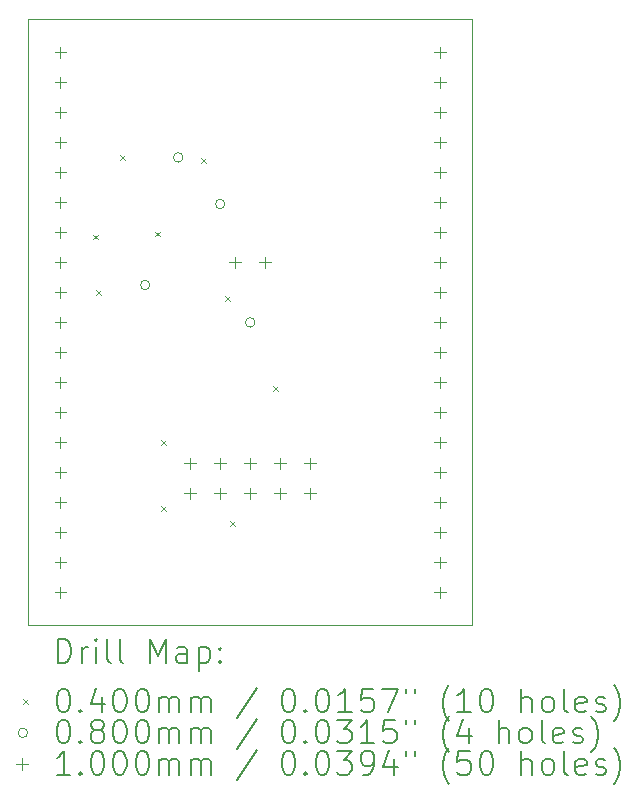
<source format=gbr>
%TF.GenerationSoftware,KiCad,Pcbnew,(6.0.9)*%
%TF.CreationDate,2022-12-09T18:34:31+01:00*%
%TF.ProjectId,FT2232HL development board to iceprog,46543232-3332-4484-9c20-646576656c6f,1*%
%TF.SameCoordinates,Original*%
%TF.FileFunction,Drillmap*%
%TF.FilePolarity,Positive*%
%FSLAX45Y45*%
G04 Gerber Fmt 4.5, Leading zero omitted, Abs format (unit mm)*
G04 Created by KiCad (PCBNEW (6.0.9)) date 2022-12-09 18:34:31*
%MOMM*%
%LPD*%
G01*
G04 APERTURE LIST*
%ADD10C,0.100000*%
%ADD11C,0.200000*%
%ADD12C,0.040000*%
%ADD13C,0.080000*%
G04 APERTURE END LIST*
D10*
X-1879600Y-8229600D02*
X1879600Y-8229600D01*
X1879600Y-13360400D02*
X-1879600Y-13360400D01*
X1879600Y-8229600D02*
X1879600Y-13360400D01*
X-1879600Y-13360400D02*
X-1879600Y-8229600D01*
D11*
D12*
X-1328100Y-10051100D02*
X-1288100Y-10091100D01*
X-1288100Y-10051100D02*
X-1328100Y-10091100D01*
X-1302700Y-10521000D02*
X-1262700Y-10561000D01*
X-1262700Y-10521000D02*
X-1302700Y-10561000D01*
X-1099500Y-9378000D02*
X-1059500Y-9418000D01*
X-1059500Y-9378000D02*
X-1099500Y-9418000D01*
X-807400Y-10025700D02*
X-767400Y-10065700D01*
X-767400Y-10025700D02*
X-807400Y-10065700D01*
X-756600Y-11791000D02*
X-716600Y-11831000D01*
X-716600Y-11791000D02*
X-756600Y-11831000D01*
X-756600Y-12349800D02*
X-716600Y-12389800D01*
X-716600Y-12349800D02*
X-756600Y-12389800D01*
X-413700Y-9403400D02*
X-373700Y-9443400D01*
X-373700Y-9403400D02*
X-413700Y-9443400D01*
X-210500Y-10571800D02*
X-170500Y-10611800D01*
X-170500Y-10571800D02*
X-210500Y-10611800D01*
X-172400Y-12476800D02*
X-132400Y-12516800D01*
X-132400Y-12476800D02*
X-172400Y-12516800D01*
X195900Y-11333800D02*
X235900Y-11373800D01*
X235900Y-11333800D02*
X195900Y-11373800D01*
D13*
X-849000Y-10477500D02*
G75*
G03*
X-849000Y-10477500I-40000J0D01*
G01*
X-569600Y-9398000D02*
G75*
G03*
X-569600Y-9398000I-40000J0D01*
G01*
X-214000Y-9791700D02*
G75*
G03*
X-214000Y-9791700I-40000J0D01*
G01*
X40000Y-10795000D02*
G75*
G03*
X40000Y-10795000I-40000J0D01*
G01*
D10*
X-1606000Y-8459000D02*
X-1606000Y-8559000D01*
X-1656000Y-8509000D02*
X-1556000Y-8509000D01*
X-1606000Y-8713000D02*
X-1606000Y-8813000D01*
X-1656000Y-8763000D02*
X-1556000Y-8763000D01*
X-1606000Y-8967000D02*
X-1606000Y-9067000D01*
X-1656000Y-9017000D02*
X-1556000Y-9017000D01*
X-1606000Y-9221000D02*
X-1606000Y-9321000D01*
X-1656000Y-9271000D02*
X-1556000Y-9271000D01*
X-1606000Y-9475000D02*
X-1606000Y-9575000D01*
X-1656000Y-9525000D02*
X-1556000Y-9525000D01*
X-1606000Y-9729000D02*
X-1606000Y-9829000D01*
X-1656000Y-9779000D02*
X-1556000Y-9779000D01*
X-1606000Y-9983000D02*
X-1606000Y-10083000D01*
X-1656000Y-10033000D02*
X-1556000Y-10033000D01*
X-1606000Y-10237000D02*
X-1606000Y-10337000D01*
X-1656000Y-10287000D02*
X-1556000Y-10287000D01*
X-1606000Y-10491000D02*
X-1606000Y-10591000D01*
X-1656000Y-10541000D02*
X-1556000Y-10541000D01*
X-1606000Y-10745000D02*
X-1606000Y-10845000D01*
X-1656000Y-10795000D02*
X-1556000Y-10795000D01*
X-1606000Y-10999000D02*
X-1606000Y-11099000D01*
X-1656000Y-11049000D02*
X-1556000Y-11049000D01*
X-1606000Y-11253000D02*
X-1606000Y-11353000D01*
X-1656000Y-11303000D02*
X-1556000Y-11303000D01*
X-1606000Y-11507000D02*
X-1606000Y-11607000D01*
X-1656000Y-11557000D02*
X-1556000Y-11557000D01*
X-1606000Y-11761000D02*
X-1606000Y-11861000D01*
X-1656000Y-11811000D02*
X-1556000Y-11811000D01*
X-1606000Y-12015000D02*
X-1606000Y-12115000D01*
X-1656000Y-12065000D02*
X-1556000Y-12065000D01*
X-1606000Y-12269000D02*
X-1606000Y-12369000D01*
X-1656000Y-12319000D02*
X-1556000Y-12319000D01*
X-1606000Y-12523000D02*
X-1606000Y-12623000D01*
X-1656000Y-12573000D02*
X-1556000Y-12573000D01*
X-1606000Y-12777000D02*
X-1606000Y-12877000D01*
X-1656000Y-12827000D02*
X-1556000Y-12827000D01*
X-1606000Y-13031000D02*
X-1606000Y-13131000D01*
X-1656000Y-13081000D02*
X-1556000Y-13081000D01*
X-508000Y-11938800D02*
X-508000Y-12038800D01*
X-558000Y-11988800D02*
X-458000Y-11988800D01*
X-508000Y-12192800D02*
X-508000Y-12292800D01*
X-558000Y-12242800D02*
X-458000Y-12242800D01*
X-254000Y-11938800D02*
X-254000Y-12038800D01*
X-304000Y-11988800D02*
X-204000Y-11988800D01*
X-254000Y-12192800D02*
X-254000Y-12292800D01*
X-304000Y-12242800D02*
X-204000Y-12242800D01*
X-127000Y-10237000D02*
X-127000Y-10337000D01*
X-177000Y-10287000D02*
X-77000Y-10287000D01*
X0Y-11938800D02*
X0Y-12038800D01*
X-50000Y-11988800D02*
X50000Y-11988800D01*
X0Y-12192800D02*
X0Y-12292800D01*
X-50000Y-12242800D02*
X50000Y-12242800D01*
X127000Y-10237000D02*
X127000Y-10337000D01*
X77000Y-10287000D02*
X177000Y-10287000D01*
X254000Y-11938800D02*
X254000Y-12038800D01*
X204000Y-11988800D02*
X304000Y-11988800D01*
X254000Y-12192800D02*
X254000Y-12292800D01*
X204000Y-12242800D02*
X304000Y-12242800D01*
X508000Y-11938800D02*
X508000Y-12038800D01*
X458000Y-11988800D02*
X558000Y-11988800D01*
X508000Y-12192800D02*
X508000Y-12292800D01*
X458000Y-12242800D02*
X558000Y-12242800D01*
X1606000Y-8459000D02*
X1606000Y-8559000D01*
X1556000Y-8509000D02*
X1656000Y-8509000D01*
X1606000Y-8713000D02*
X1606000Y-8813000D01*
X1556000Y-8763000D02*
X1656000Y-8763000D01*
X1606000Y-8967000D02*
X1606000Y-9067000D01*
X1556000Y-9017000D02*
X1656000Y-9017000D01*
X1606000Y-9221000D02*
X1606000Y-9321000D01*
X1556000Y-9271000D02*
X1656000Y-9271000D01*
X1606000Y-9475000D02*
X1606000Y-9575000D01*
X1556000Y-9525000D02*
X1656000Y-9525000D01*
X1606000Y-9729000D02*
X1606000Y-9829000D01*
X1556000Y-9779000D02*
X1656000Y-9779000D01*
X1606000Y-9983000D02*
X1606000Y-10083000D01*
X1556000Y-10033000D02*
X1656000Y-10033000D01*
X1606000Y-10237000D02*
X1606000Y-10337000D01*
X1556000Y-10287000D02*
X1656000Y-10287000D01*
X1606000Y-10491000D02*
X1606000Y-10591000D01*
X1556000Y-10541000D02*
X1656000Y-10541000D01*
X1606000Y-10745000D02*
X1606000Y-10845000D01*
X1556000Y-10795000D02*
X1656000Y-10795000D01*
X1606000Y-10999000D02*
X1606000Y-11099000D01*
X1556000Y-11049000D02*
X1656000Y-11049000D01*
X1606000Y-11253000D02*
X1606000Y-11353000D01*
X1556000Y-11303000D02*
X1656000Y-11303000D01*
X1606000Y-11507000D02*
X1606000Y-11607000D01*
X1556000Y-11557000D02*
X1656000Y-11557000D01*
X1606000Y-11761000D02*
X1606000Y-11861000D01*
X1556000Y-11811000D02*
X1656000Y-11811000D01*
X1606000Y-12015000D02*
X1606000Y-12115000D01*
X1556000Y-12065000D02*
X1656000Y-12065000D01*
X1606000Y-12269000D02*
X1606000Y-12369000D01*
X1556000Y-12319000D02*
X1656000Y-12319000D01*
X1606000Y-12523000D02*
X1606000Y-12623000D01*
X1556000Y-12573000D02*
X1656000Y-12573000D01*
X1606000Y-12777000D02*
X1606000Y-12877000D01*
X1556000Y-12827000D02*
X1656000Y-12827000D01*
X1606000Y-13031000D02*
X1606000Y-13131000D01*
X1556000Y-13081000D02*
X1656000Y-13081000D01*
D11*
X-1626981Y-13675876D02*
X-1626981Y-13475876D01*
X-1579362Y-13475876D01*
X-1550790Y-13485400D01*
X-1531743Y-13504448D01*
X-1522219Y-13523495D01*
X-1512695Y-13561590D01*
X-1512695Y-13590162D01*
X-1522219Y-13628257D01*
X-1531743Y-13647305D01*
X-1550790Y-13666352D01*
X-1579362Y-13675876D01*
X-1626981Y-13675876D01*
X-1426981Y-13675876D02*
X-1426981Y-13542543D01*
X-1426981Y-13580638D02*
X-1417457Y-13561590D01*
X-1407933Y-13552067D01*
X-1388886Y-13542543D01*
X-1369838Y-13542543D01*
X-1303171Y-13675876D02*
X-1303171Y-13542543D01*
X-1303171Y-13475876D02*
X-1312695Y-13485400D01*
X-1303171Y-13494924D01*
X-1293648Y-13485400D01*
X-1303171Y-13475876D01*
X-1303171Y-13494924D01*
X-1179362Y-13675876D02*
X-1198410Y-13666352D01*
X-1207933Y-13647305D01*
X-1207933Y-13475876D01*
X-1074600Y-13675876D02*
X-1093648Y-13666352D01*
X-1103171Y-13647305D01*
X-1103171Y-13475876D01*
X-846028Y-13675876D02*
X-846028Y-13475876D01*
X-779362Y-13618733D01*
X-712695Y-13475876D01*
X-712695Y-13675876D01*
X-531743Y-13675876D02*
X-531743Y-13571114D01*
X-541267Y-13552067D01*
X-560314Y-13542543D01*
X-598410Y-13542543D01*
X-617457Y-13552067D01*
X-531743Y-13666352D02*
X-550790Y-13675876D01*
X-598410Y-13675876D01*
X-617457Y-13666352D01*
X-626981Y-13647305D01*
X-626981Y-13628257D01*
X-617457Y-13609209D01*
X-598410Y-13599686D01*
X-550790Y-13599686D01*
X-531743Y-13590162D01*
X-436505Y-13542543D02*
X-436505Y-13742543D01*
X-436505Y-13552067D02*
X-417457Y-13542543D01*
X-379362Y-13542543D01*
X-360314Y-13552067D01*
X-350790Y-13561590D01*
X-341267Y-13580638D01*
X-341267Y-13637781D01*
X-350790Y-13656828D01*
X-360314Y-13666352D01*
X-379362Y-13675876D01*
X-417457Y-13675876D01*
X-436505Y-13666352D01*
X-255552Y-13656828D02*
X-246028Y-13666352D01*
X-255552Y-13675876D01*
X-265076Y-13666352D01*
X-255552Y-13656828D01*
X-255552Y-13675876D01*
X-255552Y-13552067D02*
X-246028Y-13561590D01*
X-255552Y-13571114D01*
X-265076Y-13561590D01*
X-255552Y-13552067D01*
X-255552Y-13571114D01*
D12*
X-1924600Y-13985400D02*
X-1884600Y-14025400D01*
X-1884600Y-13985400D02*
X-1924600Y-14025400D01*
D11*
X-1588886Y-13895876D02*
X-1569838Y-13895876D01*
X-1550790Y-13905400D01*
X-1541267Y-13914924D01*
X-1531743Y-13933971D01*
X-1522219Y-13972067D01*
X-1522219Y-14019686D01*
X-1531743Y-14057781D01*
X-1541267Y-14076828D01*
X-1550790Y-14086352D01*
X-1569838Y-14095876D01*
X-1588886Y-14095876D01*
X-1607933Y-14086352D01*
X-1617457Y-14076828D01*
X-1626981Y-14057781D01*
X-1636505Y-14019686D01*
X-1636505Y-13972067D01*
X-1626981Y-13933971D01*
X-1617457Y-13914924D01*
X-1607933Y-13905400D01*
X-1588886Y-13895876D01*
X-1436505Y-14076828D02*
X-1426981Y-14086352D01*
X-1436505Y-14095876D01*
X-1446028Y-14086352D01*
X-1436505Y-14076828D01*
X-1436505Y-14095876D01*
X-1255552Y-13962543D02*
X-1255552Y-14095876D01*
X-1303171Y-13886352D02*
X-1350790Y-14029209D01*
X-1226981Y-14029209D01*
X-1112695Y-13895876D02*
X-1093648Y-13895876D01*
X-1074600Y-13905400D01*
X-1065076Y-13914924D01*
X-1055552Y-13933971D01*
X-1046028Y-13972067D01*
X-1046028Y-14019686D01*
X-1055552Y-14057781D01*
X-1065076Y-14076828D01*
X-1074600Y-14086352D01*
X-1093648Y-14095876D01*
X-1112695Y-14095876D01*
X-1131743Y-14086352D01*
X-1141267Y-14076828D01*
X-1150790Y-14057781D01*
X-1160314Y-14019686D01*
X-1160314Y-13972067D01*
X-1150790Y-13933971D01*
X-1141267Y-13914924D01*
X-1131743Y-13905400D01*
X-1112695Y-13895876D01*
X-922219Y-13895876D02*
X-903171Y-13895876D01*
X-884124Y-13905400D01*
X-874600Y-13914924D01*
X-865076Y-13933971D01*
X-855552Y-13972067D01*
X-855552Y-14019686D01*
X-865076Y-14057781D01*
X-874600Y-14076828D01*
X-884124Y-14086352D01*
X-903171Y-14095876D01*
X-922219Y-14095876D01*
X-941267Y-14086352D01*
X-950790Y-14076828D01*
X-960314Y-14057781D01*
X-969838Y-14019686D01*
X-969838Y-13972067D01*
X-960314Y-13933971D01*
X-950790Y-13914924D01*
X-941267Y-13905400D01*
X-922219Y-13895876D01*
X-769838Y-14095876D02*
X-769838Y-13962543D01*
X-769838Y-13981590D02*
X-760314Y-13972067D01*
X-741267Y-13962543D01*
X-712695Y-13962543D01*
X-693648Y-13972067D01*
X-684124Y-13991114D01*
X-684124Y-14095876D01*
X-684124Y-13991114D02*
X-674600Y-13972067D01*
X-655552Y-13962543D01*
X-626981Y-13962543D01*
X-607933Y-13972067D01*
X-598410Y-13991114D01*
X-598410Y-14095876D01*
X-503171Y-14095876D02*
X-503171Y-13962543D01*
X-503171Y-13981590D02*
X-493648Y-13972067D01*
X-474600Y-13962543D01*
X-446028Y-13962543D01*
X-426981Y-13972067D01*
X-417457Y-13991114D01*
X-417457Y-14095876D01*
X-417457Y-13991114D02*
X-407933Y-13972067D01*
X-388886Y-13962543D01*
X-360314Y-13962543D01*
X-341267Y-13972067D01*
X-331743Y-13991114D01*
X-331743Y-14095876D01*
X58733Y-13886352D02*
X-112695Y-14143495D01*
X315876Y-13895876D02*
X334924Y-13895876D01*
X353971Y-13905400D01*
X363495Y-13914924D01*
X373019Y-13933971D01*
X382543Y-13972067D01*
X382543Y-14019686D01*
X373019Y-14057781D01*
X363495Y-14076828D01*
X353971Y-14086352D01*
X334924Y-14095876D01*
X315876Y-14095876D01*
X296829Y-14086352D01*
X287305Y-14076828D01*
X277781Y-14057781D01*
X268257Y-14019686D01*
X268257Y-13972067D01*
X277781Y-13933971D01*
X287305Y-13914924D01*
X296829Y-13905400D01*
X315876Y-13895876D01*
X468257Y-14076828D02*
X477781Y-14086352D01*
X468257Y-14095876D01*
X458733Y-14086352D01*
X468257Y-14076828D01*
X468257Y-14095876D01*
X601590Y-13895876D02*
X620638Y-13895876D01*
X639686Y-13905400D01*
X649210Y-13914924D01*
X658733Y-13933971D01*
X668257Y-13972067D01*
X668257Y-14019686D01*
X658733Y-14057781D01*
X649210Y-14076828D01*
X639686Y-14086352D01*
X620638Y-14095876D01*
X601590Y-14095876D01*
X582543Y-14086352D01*
X573019Y-14076828D01*
X563495Y-14057781D01*
X553971Y-14019686D01*
X553971Y-13972067D01*
X563495Y-13933971D01*
X573019Y-13914924D01*
X582543Y-13905400D01*
X601590Y-13895876D01*
X858733Y-14095876D02*
X744448Y-14095876D01*
X801590Y-14095876D02*
X801590Y-13895876D01*
X782543Y-13924448D01*
X763495Y-13943495D01*
X744448Y-13953019D01*
X1039686Y-13895876D02*
X944448Y-13895876D01*
X934924Y-13991114D01*
X944448Y-13981590D01*
X963495Y-13972067D01*
X1011114Y-13972067D01*
X1030162Y-13981590D01*
X1039686Y-13991114D01*
X1049210Y-14010162D01*
X1049210Y-14057781D01*
X1039686Y-14076828D01*
X1030162Y-14086352D01*
X1011114Y-14095876D01*
X963495Y-14095876D01*
X944448Y-14086352D01*
X934924Y-14076828D01*
X1115876Y-13895876D02*
X1249210Y-13895876D01*
X1163495Y-14095876D01*
X1315876Y-13895876D02*
X1315876Y-13933971D01*
X1392067Y-13895876D02*
X1392067Y-13933971D01*
X1687305Y-14172067D02*
X1677781Y-14162543D01*
X1658733Y-14133971D01*
X1649209Y-14114924D01*
X1639686Y-14086352D01*
X1630162Y-14038733D01*
X1630162Y-14000638D01*
X1639686Y-13953019D01*
X1649209Y-13924448D01*
X1658733Y-13905400D01*
X1677781Y-13876828D01*
X1687305Y-13867305D01*
X1868257Y-14095876D02*
X1753971Y-14095876D01*
X1811114Y-14095876D02*
X1811114Y-13895876D01*
X1792067Y-13924448D01*
X1773019Y-13943495D01*
X1753971Y-13953019D01*
X1992067Y-13895876D02*
X2011114Y-13895876D01*
X2030162Y-13905400D01*
X2039686Y-13914924D01*
X2049209Y-13933971D01*
X2058733Y-13972067D01*
X2058733Y-14019686D01*
X2049209Y-14057781D01*
X2039686Y-14076828D01*
X2030162Y-14086352D01*
X2011114Y-14095876D01*
X1992067Y-14095876D01*
X1973019Y-14086352D01*
X1963495Y-14076828D01*
X1953971Y-14057781D01*
X1944448Y-14019686D01*
X1944448Y-13972067D01*
X1953971Y-13933971D01*
X1963495Y-13914924D01*
X1973019Y-13905400D01*
X1992067Y-13895876D01*
X2296829Y-14095876D02*
X2296829Y-13895876D01*
X2382543Y-14095876D02*
X2382543Y-13991114D01*
X2373019Y-13972067D01*
X2353971Y-13962543D01*
X2325400Y-13962543D01*
X2306352Y-13972067D01*
X2296829Y-13981590D01*
X2506352Y-14095876D02*
X2487305Y-14086352D01*
X2477781Y-14076828D01*
X2468257Y-14057781D01*
X2468257Y-14000638D01*
X2477781Y-13981590D01*
X2487305Y-13972067D01*
X2506352Y-13962543D01*
X2534924Y-13962543D01*
X2553971Y-13972067D01*
X2563495Y-13981590D01*
X2573019Y-14000638D01*
X2573019Y-14057781D01*
X2563495Y-14076828D01*
X2553971Y-14086352D01*
X2534924Y-14095876D01*
X2506352Y-14095876D01*
X2687305Y-14095876D02*
X2668257Y-14086352D01*
X2658733Y-14067305D01*
X2658733Y-13895876D01*
X2839686Y-14086352D02*
X2820638Y-14095876D01*
X2782543Y-14095876D01*
X2763495Y-14086352D01*
X2753971Y-14067305D01*
X2753971Y-13991114D01*
X2763495Y-13972067D01*
X2782543Y-13962543D01*
X2820638Y-13962543D01*
X2839686Y-13972067D01*
X2849209Y-13991114D01*
X2849209Y-14010162D01*
X2753971Y-14029209D01*
X2925400Y-14086352D02*
X2944448Y-14095876D01*
X2982543Y-14095876D01*
X3001590Y-14086352D01*
X3011114Y-14067305D01*
X3011114Y-14057781D01*
X3001590Y-14038733D01*
X2982543Y-14029209D01*
X2953971Y-14029209D01*
X2934924Y-14019686D01*
X2925400Y-14000638D01*
X2925400Y-13991114D01*
X2934924Y-13972067D01*
X2953971Y-13962543D01*
X2982543Y-13962543D01*
X3001590Y-13972067D01*
X3077781Y-14172067D02*
X3087305Y-14162543D01*
X3106352Y-14133971D01*
X3115876Y-14114924D01*
X3125400Y-14086352D01*
X3134924Y-14038733D01*
X3134924Y-14000638D01*
X3125400Y-13953019D01*
X3115876Y-13924448D01*
X3106352Y-13905400D01*
X3087305Y-13876828D01*
X3077781Y-13867305D01*
D13*
X-1884600Y-14269400D02*
G75*
G03*
X-1884600Y-14269400I-40000J0D01*
G01*
D11*
X-1588886Y-14159876D02*
X-1569838Y-14159876D01*
X-1550790Y-14169400D01*
X-1541267Y-14178924D01*
X-1531743Y-14197971D01*
X-1522219Y-14236067D01*
X-1522219Y-14283686D01*
X-1531743Y-14321781D01*
X-1541267Y-14340828D01*
X-1550790Y-14350352D01*
X-1569838Y-14359876D01*
X-1588886Y-14359876D01*
X-1607933Y-14350352D01*
X-1617457Y-14340828D01*
X-1626981Y-14321781D01*
X-1636505Y-14283686D01*
X-1636505Y-14236067D01*
X-1626981Y-14197971D01*
X-1617457Y-14178924D01*
X-1607933Y-14169400D01*
X-1588886Y-14159876D01*
X-1436505Y-14340828D02*
X-1426981Y-14350352D01*
X-1436505Y-14359876D01*
X-1446028Y-14350352D01*
X-1436505Y-14340828D01*
X-1436505Y-14359876D01*
X-1312695Y-14245590D02*
X-1331743Y-14236067D01*
X-1341267Y-14226543D01*
X-1350790Y-14207495D01*
X-1350790Y-14197971D01*
X-1341267Y-14178924D01*
X-1331743Y-14169400D01*
X-1312695Y-14159876D01*
X-1274600Y-14159876D01*
X-1255552Y-14169400D01*
X-1246029Y-14178924D01*
X-1236505Y-14197971D01*
X-1236505Y-14207495D01*
X-1246029Y-14226543D01*
X-1255552Y-14236067D01*
X-1274600Y-14245590D01*
X-1312695Y-14245590D01*
X-1331743Y-14255114D01*
X-1341267Y-14264638D01*
X-1350790Y-14283686D01*
X-1350790Y-14321781D01*
X-1341267Y-14340828D01*
X-1331743Y-14350352D01*
X-1312695Y-14359876D01*
X-1274600Y-14359876D01*
X-1255552Y-14350352D01*
X-1246029Y-14340828D01*
X-1236505Y-14321781D01*
X-1236505Y-14283686D01*
X-1246029Y-14264638D01*
X-1255552Y-14255114D01*
X-1274600Y-14245590D01*
X-1112695Y-14159876D02*
X-1093648Y-14159876D01*
X-1074600Y-14169400D01*
X-1065076Y-14178924D01*
X-1055552Y-14197971D01*
X-1046028Y-14236067D01*
X-1046028Y-14283686D01*
X-1055552Y-14321781D01*
X-1065076Y-14340828D01*
X-1074600Y-14350352D01*
X-1093648Y-14359876D01*
X-1112695Y-14359876D01*
X-1131743Y-14350352D01*
X-1141267Y-14340828D01*
X-1150790Y-14321781D01*
X-1160314Y-14283686D01*
X-1160314Y-14236067D01*
X-1150790Y-14197971D01*
X-1141267Y-14178924D01*
X-1131743Y-14169400D01*
X-1112695Y-14159876D01*
X-922219Y-14159876D02*
X-903171Y-14159876D01*
X-884124Y-14169400D01*
X-874600Y-14178924D01*
X-865076Y-14197971D01*
X-855552Y-14236067D01*
X-855552Y-14283686D01*
X-865076Y-14321781D01*
X-874600Y-14340828D01*
X-884124Y-14350352D01*
X-903171Y-14359876D01*
X-922219Y-14359876D01*
X-941267Y-14350352D01*
X-950790Y-14340828D01*
X-960314Y-14321781D01*
X-969838Y-14283686D01*
X-969838Y-14236067D01*
X-960314Y-14197971D01*
X-950790Y-14178924D01*
X-941267Y-14169400D01*
X-922219Y-14159876D01*
X-769838Y-14359876D02*
X-769838Y-14226543D01*
X-769838Y-14245590D02*
X-760314Y-14236067D01*
X-741267Y-14226543D01*
X-712695Y-14226543D01*
X-693648Y-14236067D01*
X-684124Y-14255114D01*
X-684124Y-14359876D01*
X-684124Y-14255114D02*
X-674600Y-14236067D01*
X-655552Y-14226543D01*
X-626981Y-14226543D01*
X-607933Y-14236067D01*
X-598410Y-14255114D01*
X-598410Y-14359876D01*
X-503171Y-14359876D02*
X-503171Y-14226543D01*
X-503171Y-14245590D02*
X-493648Y-14236067D01*
X-474600Y-14226543D01*
X-446028Y-14226543D01*
X-426981Y-14236067D01*
X-417457Y-14255114D01*
X-417457Y-14359876D01*
X-417457Y-14255114D02*
X-407933Y-14236067D01*
X-388886Y-14226543D01*
X-360314Y-14226543D01*
X-341267Y-14236067D01*
X-331743Y-14255114D01*
X-331743Y-14359876D01*
X58733Y-14150352D02*
X-112695Y-14407495D01*
X315876Y-14159876D02*
X334924Y-14159876D01*
X353971Y-14169400D01*
X363495Y-14178924D01*
X373019Y-14197971D01*
X382543Y-14236067D01*
X382543Y-14283686D01*
X373019Y-14321781D01*
X363495Y-14340828D01*
X353971Y-14350352D01*
X334924Y-14359876D01*
X315876Y-14359876D01*
X296829Y-14350352D01*
X287305Y-14340828D01*
X277781Y-14321781D01*
X268257Y-14283686D01*
X268257Y-14236067D01*
X277781Y-14197971D01*
X287305Y-14178924D01*
X296829Y-14169400D01*
X315876Y-14159876D01*
X468257Y-14340828D02*
X477781Y-14350352D01*
X468257Y-14359876D01*
X458733Y-14350352D01*
X468257Y-14340828D01*
X468257Y-14359876D01*
X601590Y-14159876D02*
X620638Y-14159876D01*
X639686Y-14169400D01*
X649210Y-14178924D01*
X658733Y-14197971D01*
X668257Y-14236067D01*
X668257Y-14283686D01*
X658733Y-14321781D01*
X649210Y-14340828D01*
X639686Y-14350352D01*
X620638Y-14359876D01*
X601590Y-14359876D01*
X582543Y-14350352D01*
X573019Y-14340828D01*
X563495Y-14321781D01*
X553971Y-14283686D01*
X553971Y-14236067D01*
X563495Y-14197971D01*
X573019Y-14178924D01*
X582543Y-14169400D01*
X601590Y-14159876D01*
X734924Y-14159876D02*
X858733Y-14159876D01*
X792067Y-14236067D01*
X820638Y-14236067D01*
X839686Y-14245590D01*
X849209Y-14255114D01*
X858733Y-14274162D01*
X858733Y-14321781D01*
X849209Y-14340828D01*
X839686Y-14350352D01*
X820638Y-14359876D01*
X763495Y-14359876D01*
X744448Y-14350352D01*
X734924Y-14340828D01*
X1049210Y-14359876D02*
X934924Y-14359876D01*
X992067Y-14359876D02*
X992067Y-14159876D01*
X973019Y-14188448D01*
X953971Y-14207495D01*
X934924Y-14217019D01*
X1230162Y-14159876D02*
X1134924Y-14159876D01*
X1125400Y-14255114D01*
X1134924Y-14245590D01*
X1153971Y-14236067D01*
X1201590Y-14236067D01*
X1220638Y-14245590D01*
X1230162Y-14255114D01*
X1239686Y-14274162D01*
X1239686Y-14321781D01*
X1230162Y-14340828D01*
X1220638Y-14350352D01*
X1201590Y-14359876D01*
X1153971Y-14359876D01*
X1134924Y-14350352D01*
X1125400Y-14340828D01*
X1315876Y-14159876D02*
X1315876Y-14197971D01*
X1392067Y-14159876D02*
X1392067Y-14197971D01*
X1687305Y-14436067D02*
X1677781Y-14426543D01*
X1658733Y-14397971D01*
X1649209Y-14378924D01*
X1639686Y-14350352D01*
X1630162Y-14302733D01*
X1630162Y-14264638D01*
X1639686Y-14217019D01*
X1649209Y-14188448D01*
X1658733Y-14169400D01*
X1677781Y-14140828D01*
X1687305Y-14131305D01*
X1849209Y-14226543D02*
X1849209Y-14359876D01*
X1801590Y-14150352D02*
X1753971Y-14293209D01*
X1877781Y-14293209D01*
X2106352Y-14359876D02*
X2106352Y-14159876D01*
X2192067Y-14359876D02*
X2192067Y-14255114D01*
X2182543Y-14236067D01*
X2163495Y-14226543D01*
X2134924Y-14226543D01*
X2115876Y-14236067D01*
X2106352Y-14245590D01*
X2315876Y-14359876D02*
X2296829Y-14350352D01*
X2287305Y-14340828D01*
X2277781Y-14321781D01*
X2277781Y-14264638D01*
X2287305Y-14245590D01*
X2296829Y-14236067D01*
X2315876Y-14226543D01*
X2344448Y-14226543D01*
X2363495Y-14236067D01*
X2373019Y-14245590D01*
X2382543Y-14264638D01*
X2382543Y-14321781D01*
X2373019Y-14340828D01*
X2363495Y-14350352D01*
X2344448Y-14359876D01*
X2315876Y-14359876D01*
X2496829Y-14359876D02*
X2477781Y-14350352D01*
X2468257Y-14331305D01*
X2468257Y-14159876D01*
X2649210Y-14350352D02*
X2630162Y-14359876D01*
X2592067Y-14359876D01*
X2573019Y-14350352D01*
X2563495Y-14331305D01*
X2563495Y-14255114D01*
X2573019Y-14236067D01*
X2592067Y-14226543D01*
X2630162Y-14226543D01*
X2649210Y-14236067D01*
X2658733Y-14255114D01*
X2658733Y-14274162D01*
X2563495Y-14293209D01*
X2734924Y-14350352D02*
X2753971Y-14359876D01*
X2792067Y-14359876D01*
X2811114Y-14350352D01*
X2820638Y-14331305D01*
X2820638Y-14321781D01*
X2811114Y-14302733D01*
X2792067Y-14293209D01*
X2763495Y-14293209D01*
X2744448Y-14283686D01*
X2734924Y-14264638D01*
X2734924Y-14255114D01*
X2744448Y-14236067D01*
X2763495Y-14226543D01*
X2792067Y-14226543D01*
X2811114Y-14236067D01*
X2887305Y-14436067D02*
X2896828Y-14426543D01*
X2915876Y-14397971D01*
X2925400Y-14378924D01*
X2934924Y-14350352D01*
X2944448Y-14302733D01*
X2944448Y-14264638D01*
X2934924Y-14217019D01*
X2925400Y-14188448D01*
X2915876Y-14169400D01*
X2896828Y-14140828D01*
X2887305Y-14131305D01*
D10*
X-1934600Y-14483400D02*
X-1934600Y-14583400D01*
X-1984600Y-14533400D02*
X-1884600Y-14533400D01*
D11*
X-1522219Y-14623876D02*
X-1636505Y-14623876D01*
X-1579362Y-14623876D02*
X-1579362Y-14423876D01*
X-1598409Y-14452448D01*
X-1617457Y-14471495D01*
X-1636505Y-14481019D01*
X-1436505Y-14604828D02*
X-1426981Y-14614352D01*
X-1436505Y-14623876D01*
X-1446028Y-14614352D01*
X-1436505Y-14604828D01*
X-1436505Y-14623876D01*
X-1303171Y-14423876D02*
X-1284124Y-14423876D01*
X-1265076Y-14433400D01*
X-1255552Y-14442924D01*
X-1246029Y-14461971D01*
X-1236505Y-14500067D01*
X-1236505Y-14547686D01*
X-1246029Y-14585781D01*
X-1255552Y-14604828D01*
X-1265076Y-14614352D01*
X-1284124Y-14623876D01*
X-1303171Y-14623876D01*
X-1322219Y-14614352D01*
X-1331743Y-14604828D01*
X-1341267Y-14585781D01*
X-1350790Y-14547686D01*
X-1350790Y-14500067D01*
X-1341267Y-14461971D01*
X-1331743Y-14442924D01*
X-1322219Y-14433400D01*
X-1303171Y-14423876D01*
X-1112695Y-14423876D02*
X-1093648Y-14423876D01*
X-1074600Y-14433400D01*
X-1065076Y-14442924D01*
X-1055552Y-14461971D01*
X-1046028Y-14500067D01*
X-1046028Y-14547686D01*
X-1055552Y-14585781D01*
X-1065076Y-14604828D01*
X-1074600Y-14614352D01*
X-1093648Y-14623876D01*
X-1112695Y-14623876D01*
X-1131743Y-14614352D01*
X-1141267Y-14604828D01*
X-1150790Y-14585781D01*
X-1160314Y-14547686D01*
X-1160314Y-14500067D01*
X-1150790Y-14461971D01*
X-1141267Y-14442924D01*
X-1131743Y-14433400D01*
X-1112695Y-14423876D01*
X-922219Y-14423876D02*
X-903171Y-14423876D01*
X-884124Y-14433400D01*
X-874600Y-14442924D01*
X-865076Y-14461971D01*
X-855552Y-14500067D01*
X-855552Y-14547686D01*
X-865076Y-14585781D01*
X-874600Y-14604828D01*
X-884124Y-14614352D01*
X-903171Y-14623876D01*
X-922219Y-14623876D01*
X-941267Y-14614352D01*
X-950790Y-14604828D01*
X-960314Y-14585781D01*
X-969838Y-14547686D01*
X-969838Y-14500067D01*
X-960314Y-14461971D01*
X-950790Y-14442924D01*
X-941267Y-14433400D01*
X-922219Y-14423876D01*
X-769838Y-14623876D02*
X-769838Y-14490543D01*
X-769838Y-14509590D02*
X-760314Y-14500067D01*
X-741267Y-14490543D01*
X-712695Y-14490543D01*
X-693648Y-14500067D01*
X-684124Y-14519114D01*
X-684124Y-14623876D01*
X-684124Y-14519114D02*
X-674600Y-14500067D01*
X-655552Y-14490543D01*
X-626981Y-14490543D01*
X-607933Y-14500067D01*
X-598410Y-14519114D01*
X-598410Y-14623876D01*
X-503171Y-14623876D02*
X-503171Y-14490543D01*
X-503171Y-14509590D02*
X-493648Y-14500067D01*
X-474600Y-14490543D01*
X-446028Y-14490543D01*
X-426981Y-14500067D01*
X-417457Y-14519114D01*
X-417457Y-14623876D01*
X-417457Y-14519114D02*
X-407933Y-14500067D01*
X-388886Y-14490543D01*
X-360314Y-14490543D01*
X-341267Y-14500067D01*
X-331743Y-14519114D01*
X-331743Y-14623876D01*
X58733Y-14414352D02*
X-112695Y-14671495D01*
X315876Y-14423876D02*
X334924Y-14423876D01*
X353971Y-14433400D01*
X363495Y-14442924D01*
X373019Y-14461971D01*
X382543Y-14500067D01*
X382543Y-14547686D01*
X373019Y-14585781D01*
X363495Y-14604828D01*
X353971Y-14614352D01*
X334924Y-14623876D01*
X315876Y-14623876D01*
X296829Y-14614352D01*
X287305Y-14604828D01*
X277781Y-14585781D01*
X268257Y-14547686D01*
X268257Y-14500067D01*
X277781Y-14461971D01*
X287305Y-14442924D01*
X296829Y-14433400D01*
X315876Y-14423876D01*
X468257Y-14604828D02*
X477781Y-14614352D01*
X468257Y-14623876D01*
X458733Y-14614352D01*
X468257Y-14604828D01*
X468257Y-14623876D01*
X601590Y-14423876D02*
X620638Y-14423876D01*
X639686Y-14433400D01*
X649210Y-14442924D01*
X658733Y-14461971D01*
X668257Y-14500067D01*
X668257Y-14547686D01*
X658733Y-14585781D01*
X649210Y-14604828D01*
X639686Y-14614352D01*
X620638Y-14623876D01*
X601590Y-14623876D01*
X582543Y-14614352D01*
X573019Y-14604828D01*
X563495Y-14585781D01*
X553971Y-14547686D01*
X553971Y-14500067D01*
X563495Y-14461971D01*
X573019Y-14442924D01*
X582543Y-14433400D01*
X601590Y-14423876D01*
X734924Y-14423876D02*
X858733Y-14423876D01*
X792067Y-14500067D01*
X820638Y-14500067D01*
X839686Y-14509590D01*
X849209Y-14519114D01*
X858733Y-14538162D01*
X858733Y-14585781D01*
X849209Y-14604828D01*
X839686Y-14614352D01*
X820638Y-14623876D01*
X763495Y-14623876D01*
X744448Y-14614352D01*
X734924Y-14604828D01*
X953971Y-14623876D02*
X992067Y-14623876D01*
X1011114Y-14614352D01*
X1020638Y-14604828D01*
X1039686Y-14576257D01*
X1049210Y-14538162D01*
X1049210Y-14461971D01*
X1039686Y-14442924D01*
X1030162Y-14433400D01*
X1011114Y-14423876D01*
X973019Y-14423876D01*
X953971Y-14433400D01*
X944448Y-14442924D01*
X934924Y-14461971D01*
X934924Y-14509590D01*
X944448Y-14528638D01*
X953971Y-14538162D01*
X973019Y-14547686D01*
X1011114Y-14547686D01*
X1030162Y-14538162D01*
X1039686Y-14528638D01*
X1049210Y-14509590D01*
X1220638Y-14490543D02*
X1220638Y-14623876D01*
X1173019Y-14414352D02*
X1125400Y-14557209D01*
X1249210Y-14557209D01*
X1315876Y-14423876D02*
X1315876Y-14461971D01*
X1392067Y-14423876D02*
X1392067Y-14461971D01*
X1687305Y-14700067D02*
X1677781Y-14690543D01*
X1658733Y-14661971D01*
X1649209Y-14642924D01*
X1639686Y-14614352D01*
X1630162Y-14566733D01*
X1630162Y-14528638D01*
X1639686Y-14481019D01*
X1649209Y-14452448D01*
X1658733Y-14433400D01*
X1677781Y-14404828D01*
X1687305Y-14395305D01*
X1858733Y-14423876D02*
X1763495Y-14423876D01*
X1753971Y-14519114D01*
X1763495Y-14509590D01*
X1782543Y-14500067D01*
X1830162Y-14500067D01*
X1849209Y-14509590D01*
X1858733Y-14519114D01*
X1868257Y-14538162D01*
X1868257Y-14585781D01*
X1858733Y-14604828D01*
X1849209Y-14614352D01*
X1830162Y-14623876D01*
X1782543Y-14623876D01*
X1763495Y-14614352D01*
X1753971Y-14604828D01*
X1992067Y-14423876D02*
X2011114Y-14423876D01*
X2030162Y-14433400D01*
X2039686Y-14442924D01*
X2049209Y-14461971D01*
X2058733Y-14500067D01*
X2058733Y-14547686D01*
X2049209Y-14585781D01*
X2039686Y-14604828D01*
X2030162Y-14614352D01*
X2011114Y-14623876D01*
X1992067Y-14623876D01*
X1973019Y-14614352D01*
X1963495Y-14604828D01*
X1953971Y-14585781D01*
X1944448Y-14547686D01*
X1944448Y-14500067D01*
X1953971Y-14461971D01*
X1963495Y-14442924D01*
X1973019Y-14433400D01*
X1992067Y-14423876D01*
X2296829Y-14623876D02*
X2296829Y-14423876D01*
X2382543Y-14623876D02*
X2382543Y-14519114D01*
X2373019Y-14500067D01*
X2353971Y-14490543D01*
X2325400Y-14490543D01*
X2306352Y-14500067D01*
X2296829Y-14509590D01*
X2506352Y-14623876D02*
X2487305Y-14614352D01*
X2477781Y-14604828D01*
X2468257Y-14585781D01*
X2468257Y-14528638D01*
X2477781Y-14509590D01*
X2487305Y-14500067D01*
X2506352Y-14490543D01*
X2534924Y-14490543D01*
X2553971Y-14500067D01*
X2563495Y-14509590D01*
X2573019Y-14528638D01*
X2573019Y-14585781D01*
X2563495Y-14604828D01*
X2553971Y-14614352D01*
X2534924Y-14623876D01*
X2506352Y-14623876D01*
X2687305Y-14623876D02*
X2668257Y-14614352D01*
X2658733Y-14595305D01*
X2658733Y-14423876D01*
X2839686Y-14614352D02*
X2820638Y-14623876D01*
X2782543Y-14623876D01*
X2763495Y-14614352D01*
X2753971Y-14595305D01*
X2753971Y-14519114D01*
X2763495Y-14500067D01*
X2782543Y-14490543D01*
X2820638Y-14490543D01*
X2839686Y-14500067D01*
X2849209Y-14519114D01*
X2849209Y-14538162D01*
X2753971Y-14557209D01*
X2925400Y-14614352D02*
X2944448Y-14623876D01*
X2982543Y-14623876D01*
X3001590Y-14614352D01*
X3011114Y-14595305D01*
X3011114Y-14585781D01*
X3001590Y-14566733D01*
X2982543Y-14557209D01*
X2953971Y-14557209D01*
X2934924Y-14547686D01*
X2925400Y-14528638D01*
X2925400Y-14519114D01*
X2934924Y-14500067D01*
X2953971Y-14490543D01*
X2982543Y-14490543D01*
X3001590Y-14500067D01*
X3077781Y-14700067D02*
X3087305Y-14690543D01*
X3106352Y-14661971D01*
X3115876Y-14642924D01*
X3125400Y-14614352D01*
X3134924Y-14566733D01*
X3134924Y-14528638D01*
X3125400Y-14481019D01*
X3115876Y-14452448D01*
X3106352Y-14433400D01*
X3087305Y-14404828D01*
X3077781Y-14395305D01*
M02*

</source>
